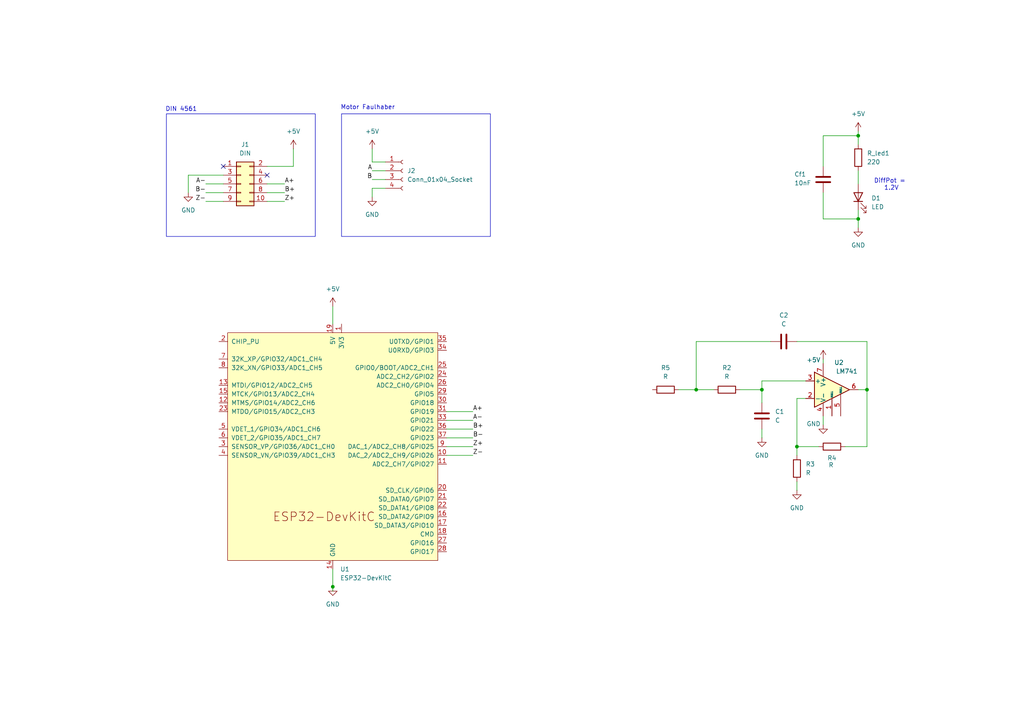
<source format=kicad_sch>
(kicad_sch (version 20250114) (generator "eeschema") (generator_version "9.0")
  (paper "A4")
  (lib_symbols
    (symbol "Amplifier_Operational:LM741" (pin_names (offset 0.127))
      (property "Reference" "U" (at 0 6.35 0))
      (property "Value" "LM741" (at 0 3.81 0))
      (symbol "LM741_0_1"
        (polyline (pts (xy -5.08 5.08) (xy 5.08 0) (xy -5.08 -5.08) (xy -5.08 5.08)) (stroke (width 0.254)) (fill (type background)))
      )
      (symbol "LM741_1_1"
        (pin input line (at -7.62 2.54 0) (length 2.54) (name "+") (number "3"))
        (pin input line (at -7.62 -2.54 0) (length 2.54) (name "-") (number "2"))
        (pin power_in line (at -2.54 7.62 270) (length 3.81) (name "V+") (number "7"))
        (pin power_in line (at -2.54 -7.62 90) (length 3.81) (name "V-") (number "4"))
        (pin no_connect line (at 0 2.54 270) (length 2.54) (hide yes) (name "NC") (number "8"))
        (pin input line (at 0 -7.62 90) (length 5.08) (name "NULL") (number "1"))
        (pin input line (at 2.54 -7.62 90) (length 6.35) (name "NULL") (number "5"))
        (pin output line (at 7.62 0 180) (length 2.54) (name "~") (number "6"))
      )
    )
    (symbol "Connector:Conn_01x04_Socket" (pin_names (offset 1.016) (hide yes))
      (property "Reference" "J" (at 0 5.08 0))
      (property "Value" "Conn_01x04_Socket" (at 0 -7.62 0))
      (symbol "Conn_01x04_Socket_1_1"
        (polyline (pts (xy -1.27 2.54) (xy -0.508 2.54)) (stroke (width 0.1524)))
        (polyline (pts (xy -1.27 0) (xy -0.508 0)) (stroke (width 0.1524)))
        (polyline (pts (xy -1.27 -2.54) (xy -0.508 -2.54)) (stroke (width 0.1524)))
        (polyline (pts (xy -1.27 -5.08) (xy -0.508 -5.08)) (stroke (width 0.1524)))
        (arc (start 0 2.032) (mid -0.5058 2.54) (end 0 3.048) (stroke (width 0.1524)))
        (arc (start 0 -0.508) (mid -0.5058 0) (end 0 0.508) (stroke (width 0.1524)))
        (arc (start 0 -3.048) (mid -0.5058 -2.54) (end 0 -2.032) (stroke (width 0.1524)))
        (arc (start 0 -5.588) (mid -0.5058 -5.08) (end 0 -4.572) (stroke (width 0.1524)))
        (pin passive line (at -5.08 2.54 0) (length 3.81) (name "Pin_1") (number "1"))
        (pin passive line (at -5.08 0 0) (length 3.81) (name "Pin_2") (number "2"))
        (pin passive line (at -5.08 -2.54 0) (length 3.81) (name "Pin_3") (number "3"))
        (pin passive line (at -5.08 -5.08 0) (length 3.81) (name "Pin_4") (number "4"))
      )
    )
    (symbol "Connector_Generic:Conn_02x05_Odd_Even" (pin_names (offset 1.016) (hide yes))
      (property "Reference" "J" (at 1.27 7.62 0))
      (property "Value" "Conn_02x05_Odd_Even" (at 1.27 -7.62 0))
      (symbol "Conn_02x05_Odd_Even_1_1"
        (rectangle (start -1.27 6.35) (end 3.81 -6.35) (stroke (width 0.254)) (fill (type background)))
        (rectangle (start -1.27 5.207) (end 0 4.953) (stroke (width 0.1524)))
        (rectangle (start -1.27 2.667) (end 0 2.413) (stroke (width 0.1524)))
        (rectangle (start -1.27 0.127) (end 0 -0.127) (stroke (width 0.1524)))
        (rectangle (start -1.27 -2.413) (end 0 -2.667) (stroke (width 0.1524)))
        (rectangle (start -1.27 -4.953) (end 0 -5.207) (stroke (width 0.1524)))
        (rectangle (start 3.81 5.207) (end 2.54 4.953) (stroke (width 0.1524)))
        (rectangle (start 3.81 2.667) (end 2.54 2.413) (stroke (width 0.1524)))
        (rectangle (start 3.81 0.127) (end 2.54 -0.127) (stroke (width 0.1524)))
        (rectangle (start 3.81 -2.413) (end 2.54 -2.667) (stroke (width 0.1524)))
        (rectangle (start 3.81 -4.953) (end 2.54 -5.207) (stroke (width 0.1524)))
        (pin passive line (at -5.08 5.08 0) (length 3.81) (name "Pin_1") (number "1"))
        (pin passive line (at -5.08 2.54 0) (length 3.81) (name "Pin_3") (number "3"))
        (pin passive line (at -5.08 0 0) (length 3.81) (name "Pin_5") (number "5"))
        (pin passive line (at -5.08 -2.54 0) (length 3.81) (name "Pin_7") (number "7"))
        (pin passive line (at -5.08 -5.08 0) (length 3.81) (name "Pin_9") (number "9"))
        (pin passive line (at 7.62 5.08 180) (length 3.81) (name "Pin_2") (number "2"))
        (pin passive line (at 7.62 2.54 180) (length 3.81) (name "Pin_4") (number "4"))
        (pin passive line (at 7.62 0 180) (length 3.81) (name "Pin_6") (number "6"))
        (pin passive line (at 7.62 -2.54 180) (length 3.81) (name "Pin_8") (number "8"))
        (pin passive line (at 7.62 -5.08 180) (length 3.81) (name "Pin_10") (number "10"))
      )
    )
    (symbol "Device:C" (pin_numbers (hide yes)) (pin_names (offset 0.254))
      (property "Reference" "C" (at 0.635 2.54 0))
      (property "Value" "C" (at 0.635 -2.54 0))
      (symbol "C_0_1"
        (polyline (pts (xy -2.032 0.762) (xy 2.032 0.762)) (stroke (width 0.508)))
        (polyline (pts (xy -2.032 -0.762) (xy 2.032 -0.762)) (stroke (width 0.508)))
      )
      (symbol "C_1_1"
        (pin passive line (at 0 3.81 270) (length 2.794) (name "~") (number "1"))
        (pin passive line (at 0 -3.81 90) (length 2.794) (name "~") (number "2"))
      )
    )
    (symbol "Device:LED" (pin_numbers (hide yes)) (pin_names (offset 1.016) (hide yes))
      (property "Reference" "D" (at 0 2.54 0))
      (property "Value" "LED" (at 0 -2.54 0))
      (symbol "LED_0_1"
        (polyline (pts (xy -3.048 -0.762) (xy -4.572 -2.286) (xy -3.81 -2.286) (xy -4.572 -2.286) (xy -4.572 -1.524)))
        (polyline (pts (xy -1.778 -0.762) (xy -3.302 -2.286) (xy -2.54 -2.286) (xy -3.302 -2.286) (xy -3.302 -1.524)))
        (polyline (pts (xy -1.27 0) (xy 1.27 0)))
        (polyline (pts (xy -1.27 -1.27) (xy -1.27 1.27)) (stroke (width 0.254)))
        (polyline (pts (xy 1.27 -1.27) (xy 1.27 1.27) (xy -1.27 0) (xy 1.27 -1.27)) (stroke (width 0.254)))
      )
      (symbol "LED_1_1"
        (pin passive line (at -3.81 0 0) (length 2.54) (name "K") (number "1"))
        (pin passive line (at 3.81 0 180) (length 2.54) (name "A") (number "2"))
      )
    )
    (symbol "Device:R" (pin_numbers (hide yes)) (pin_names (offset 0))
      (property "Reference" "R" (at 2.032 0 90))
      (property "Value" "R" (at 0 0 90))
      (symbol "R_0_1"
        (rectangle (start -1.016 -2.54) (end 1.016 2.54) (stroke (width 0.254)))
      )
      (symbol "R_1_1"
        (pin passive line (at 0 3.81 270) (length 1.27) (name "~") (number "1"))
        (pin passive line (at 0 -3.81 90) (length 1.27) (name "~") (number "2"))
      )
    )
    (symbol "PCM_Espressif:ESP32-DevKitC" (pin_names (offset 1.016))
      (property "Reference" "U" (at -30.48 38.1 0))
      (property "Value" "ESP32-DevKitC" (at -30.48 35.56 0))
      (symbol "ESP32-DevKitC_0_0"
        (text "ESP32-DevKitC" (at -2.54 -20.32 0) (effects (font (size 2.54 2.54))))
        (pin power_in line (at 0 35.56 270) (length 2.54) (name "5V") (number "19"))
        (pin power_in line (at 0 -35.56 90) (length 2.54) (name "GND") (number "14"))
      )
      (symbol "ESP32-DevKitC_0_1"
        (rectangle (start -30.48 33.02) (end 30.48 -33.02) (fill (type background)))
      )
      (symbol "ESP32-DevKitC_1_1"
        (pin input line (at -33.02 30.48 0) (length 2.54) (name "CHIP_PU") (number "2"))
        (pin bidirectional line (at -33.02 25.4 0) (length 2.54) (name "32K_XP/GPIO32/ADC1_CH4") (number "7"))
        (pin bidirectional line (at -33.02 22.86 0) (length 2.54) (name "32K_XN/GPIO33/ADC1_CH5") (number "8"))
        (pin bidirectional line (at -33.02 17.78 0) (length 2.54) (name "MTDI/GPIO12/ADC2_CH5") (number "13"))
        (pin bidirectional line (at -33.02 15.24 0) (length 2.54) (name "MTCK/GPIO13/ADC2_CH4") (number "15"))
        (pin bidirectional line (at -33.02 12.7 0) (length 2.54) (name "MTMS/GPIO14/ADC2_CH6") (number "12"))
        (pin bidirectional line (at -33.02 10.16 0) (length 2.54) (name "MTDO/GPIO15/ADC2_CH3") (number "23"))
        (pin input line (at -33.02 5.08 0) (length 2.54) (name "VDET_1/GPIO34/ADC1_CH6") (number "5"))
        (pin input line (at -33.02 2.54 0) (length 2.54) (name "VDET_2/GPIO35/ADC1_CH7") (number "6"))
        (pin input line (at -33.02 0 0) (length 2.54) (name "SENSOR_VP/GPIO36/ADC1_CH0") (number "3"))
        (pin input line (at -33.02 -2.54 0) (length 2.54) (name "SENSOR_VN/GPIO39/ADC1_CH3") (number "4"))
        (pin passive line (at 0 -35.56 90) (length 2.54) (hide yes) (name "GND") (number "32"))
        (pin passive line (at 0 -35.56 90) (length 2.54) (hide yes) (name "GND") (number "38"))
        (pin power_in line (at 2.54 35.56 270) (length 2.54) (name "3V3") (number "1"))
        (pin bidirectional line (at 33.02 30.48 180) (length 2.54) (name "U0TXD/GPIO1") (number "35"))
        (pin bidirectional line (at 33.02 27.94 180) (length 2.54) (name "U0RXD/GPIO3") (number "34"))
        (pin bidirectional line (at 33.02 22.86 180) (length 2.54) (name "GPIO0/BOOT/ADC2_CH1") (number "25"))
        (pin bidirectional line (at 33.02 20.32 180) (length 2.54) (name "ADC2_CH2/GPIO2") (number "24"))
        (pin bidirectional line (at 33.02 17.78 180) (length 2.54) (name "ADC2_CH0/GPIO4") (number "26"))
        (pin bidirectional line (at 33.02 15.24 180) (length 2.54) (name "GPIO5") (number "29"))
        (pin bidirectional line (at 33.02 12.7 180) (length 2.54) (name "GPIO18") (number "30"))
        (pin bidirectional line (at 33.02 10.16 180) (length 2.54) (name "GPIO19") (number "31"))
        (pin bidirectional line (at 33.02 7.62 180) (length 2.54) (name "GPIO21") (number "33"))
        (pin bidirectional line (at 33.02 5.08 180) (length 2.54) (name "GPIO22") (number "36"))
        (pin bidirectional line (at 33.02 2.54 180) (length 2.54) (name "GPIO23") (number "37"))
        (pin bidirectional line (at 33.02 0 180) (length 2.54) (name "DAC_1/ADC2_CH8/GPIO25") (number "9"))
        (pin bidirectional line (at 33.02 -2.54 180) (length 2.54) (name "DAC_2/ADC2_CH9/GPIO26") (number "10"))
        (pin bidirectional line (at 33.02 -5.08 180) (length 2.54) (name "ADC2_CH7/GPIO27") (number "11"))
        (pin bidirectional line (at 33.02 -12.7 180) (length 2.54) (name "SD_CLK/GPIO6") (number "20"))
        (pin bidirectional line (at 33.02 -15.24 180) (length 2.54) (name "SD_DATA0/GPIO7") (number "21"))
        (pin bidirectional line (at 33.02 -17.78 180) (length 2.54) (name "SD_DATA1/GPIO8") (number "22"))
        (pin bidirectional line (at 33.02 -20.32 180) (length 2.54) (name "SD_DATA2/GPIO9") (number "16"))
        (pin bidirectional line (at 33.02 -22.86 180) (length 2.54) (name "SD_DATA3/GPIO10") (number "17"))
        (pin bidirectional line (at 33.02 -25.4 180) (length 2.54) (name "CMD") (number "18"))
        (pin bidirectional line (at 33.02 -27.94 180) (length 2.54) (name "GPIO16") (number "27"))
        (pin bidirectional line (at 33.02 -30.48 180) (length 2.54) (name "GPIO17") (number "28"))
      )
    )
    (symbol "power:+5V" (power) (pin_numbers (hide yes)) (pin_names (offset 0) (hide yes))
      (property "Value" "+5V" (at 0 3.556 0))
      (symbol "+5V_0_1"
        (polyline (pts (xy -0.762 1.27) (xy 0 2.54)))
        (polyline (pts (xy 0 2.54) (xy 0.762 1.27)))
        (polyline (pts (xy 0 0) (xy 0 2.54)))
      )
      (symbol "+5V_1_1"
        (pin power_in line (at 0 0 90) (length 0) (name "~") (number "1"))
      )
    )
    (symbol "power:GND" (power) (pin_numbers (hide yes)) (pin_names (offset 0) (hide yes))
      (property "Value" "GND" (at 0 -3.81 0))
      (symbol "GND_0_1"
        (polyline (pts (xy 0 0) (xy 0 -1.27) (xy 1.27 -1.27) (xy 0 -2.54) (xy -1.27 -1.27) (xy 0 -1.27)))
      )
      (symbol "GND_1_1"
        (pin power_in line (at 0 0 270) (length 0) (name "~") (number "1"))
      )
    )
  )
  (rectangle (start 99.06 33.02) (end 142.24 68.58))
  (rectangle (start 48.26 33.02) (end 91.44 68.58))
  (text "DIN 4561\n" (at 52.578 31.75 0) (effects (font (size 1.27 1.27))))
  (text "Motor Faulhaber" (at 106.68 31.242 0) (effects (font (size 1.27 1.27))))
  (text "DiffPot =\n 1.2V\n" (at 258.064 53.594 0) (effects (font (size 1.27 1.27))))
  (junction (at 251.46 113.03))
  (junction (at 201.93 113.03))
  (junction (at 96.52 170.18))
  (junction (at 220.98 113.03))
  (junction (at 231.14 129.54))
  (junction (at 248.92 63.5))
  (junction (at 248.92 39.37))
  (no_connect (at 64.77 48.26))
  (no_connect (at 77.47 50.8))
  (wire (pts (xy 238.76 120.65) (xy 238.76 123.19)))
  (wire (pts (xy 220.98 113.03) (xy 214.63 113.03)))
  (wire (pts (xy 220.98 116.84) (xy 220.98 113.03)))
  (wire (pts (xy 96.52 165.1) (xy 96.52 170.18)))
  (wire (pts (xy 129.54 127) (xy 137.16 127)))
  (wire (pts (xy 129.54 124.46) (xy 137.16 124.46)))
  (wire (pts (xy 77.47 58.42) (xy 82.55 58.42)))
  (wire (pts (xy 107.95 54.61) (xy 111.76 54.61)))
  (wire (pts (xy 59.69 55.88) (xy 64.77 55.88)))
  (wire (pts (xy 238.76 48.26) (xy 238.76 39.37)))
  (wire (pts (xy 220.98 124.46) (xy 220.98 127)))
  (wire (pts (xy 59.69 53.34) (xy 64.77 53.34)))
  (wire (pts (xy 107.95 57.15) (xy 107.95 54.61)))
  (wire (pts (xy 231.14 132.08) (xy 231.14 129.54)))
  (wire (pts (xy 231.14 99.06) (xy 251.46 99.06)))
  (wire (pts (xy 238.76 104.14) (xy 238.76 105.41)))
  (wire (pts (xy 129.54 129.54) (xy 137.16 129.54)))
  (wire (pts (xy 196.85 113.03) (xy 201.93 113.03)))
  (wire (pts (xy 77.47 53.34) (xy 82.55 53.34)))
  (wire (pts (xy 129.54 119.38) (xy 137.16 119.38)))
  (wire (pts (xy 248.92 38.1) (xy 248.92 39.37)))
  (wire (pts (xy 238.76 39.37) (xy 248.92 39.37)))
  (wire (pts (xy 107.95 52.07) (xy 111.76 52.07)))
  (wire (pts (xy 96.52 88.9) (xy 96.52 93.98)))
  (wire (pts (xy 231.14 115.57) (xy 233.68 115.57)))
  (wire (pts (xy 245.11 129.54) (xy 251.46 129.54)))
  (wire (pts (xy 248.92 60.96) (xy 248.92 63.5)))
  (wire (pts (xy 248.92 49.53) (xy 248.92 53.34)))
  (wire (pts (xy 248.92 39.37) (xy 248.92 41.91)))
  (wire (pts (xy 220.98 110.49) (xy 233.68 110.49)))
  (wire (pts (xy 59.69 58.42) (xy 64.77 58.42)))
  (wire (pts (xy 251.46 113.03) (xy 248.92 113.03)))
  (wire (pts (xy 85.09 43.18) (xy 85.09 48.26)))
  (wire (pts (xy 107.95 46.99) (xy 111.76 46.99)))
  (wire (pts (xy 129.54 132.08) (xy 137.16 132.08)))
  (wire (pts (xy 248.92 63.5) (xy 238.76 63.5)))
  (wire (pts (xy 220.98 110.49) (xy 220.98 113.03)))
  (wire (pts (xy 107.95 43.18) (xy 107.95 46.99)))
  (wire (pts (xy 54.61 55.88) (xy 54.61 50.8)))
  (wire (pts (xy 223.52 99.06) (xy 201.93 99.06)))
  (wire (pts (xy 251.46 99.06) (xy 251.46 113.03)))
  (wire (pts (xy 251.46 113.03) (xy 251.46 129.54)))
  (wire (pts (xy 231.14 139.7) (xy 231.14 142.24)))
  (wire (pts (xy 54.61 50.8) (xy 64.77 50.8)))
  (wire (pts (xy 107.95 49.53) (xy 111.76 49.53)))
  (wire (pts (xy 85.09 48.26) (xy 77.47 48.26)))
  (wire (pts (xy 201.93 113.03) (xy 207.01 113.03)))
  (wire (pts (xy 248.92 63.5) (xy 248.92 66.04)))
  (wire (pts (xy 77.47 55.88) (xy 82.55 55.88)))
  (wire (pts (xy 201.93 99.06) (xy 201.93 113.03)))
  (wire (pts (xy 129.54 121.92) (xy 137.16 121.92)))
  (wire (pts (xy 238.76 63.5) (xy 238.76 55.88)))
  (wire (pts (xy 231.14 115.57) (xy 231.14 129.54)))
  (wire (pts (xy 96.52 171.45) (xy 96.52 170.18)))
  (wire (pts (xy 231.14 129.54) (xy 237.49 129.54)))
  (label "B-" (at 59.69 55.88 180))
  (label "B" (at 107.95 52.07 180))
  (label "A-" (at 59.69 53.34 180))
  (label "A-" (at 137.16 121.92 0))
  (label "Z-" (at 59.69 58.42 180))
  (label "B-" (at 137.16 127 0))
  (label "Z-" (at 137.16 132.08 0))
  (label "B+" (at 137.16 124.46 0))
  (label "A+" (at 137.16 119.38 0))
  (label "A+" (at 82.55 53.34 0))
  (label "A" (at 107.95 49.53 180))
  (label "Z+" (at 137.16 129.54 0))
  (label "B+" (at 82.55 55.88 0))
  (label "Z+" (at 82.55 58.42 0))
  (symbol (lib_id "power:GND") (at 96.52 170.18 0) (unit 1)
    (property "Reference" "#PWR04" (effects (hide yes)))
    (property "Value" "GND" (at 96.52 175.26 0))
    (property "Description" "Power symbol creates a global label with name \"GND\" , ground" (effects (hide yes)))
  )
  (symbol (lib_id "power:+5V") (at 238.76 104.14 0) (unit 1)
    (property "Reference" "#PWR09" (effects (hide yes)))
    (property "Value" "+5V" (at 235.966 104.394 0))
    (property "Description" "Power symbol creates a global label with name \"+5V\"" (effects (hide yes)))
  )
  (symbol (lib_id "power:GND") (at 248.92 66.04 0) (unit 1)
    (property "Reference" "#PWR02" (effects (hide yes)))
    (property "Value" "GND" (at 248.92 71.12 0))
    (property "Description" "Power symbol creates a global label with name \"GND\" , ground" (effects (hide yes)))
  )
  (symbol (lib_id "Device:R") (at 241.3 129.54 90) (unit 1)
    (property "Reference" "R4" (at 241.3 132.842 90))
    (property "Value" "R" (at 241.046 134.874 90))
    (property "Description" "Resistor" (effects (hide yes)))
  )
  (symbol (lib_id "power:GND") (at 238.76 123.19 0) (unit 1)
    (property "Reference" "#PWR010" (effects (hide yes)))
    (property "Value" "GND" (at 235.966 122.936 0))
    (property "Description" "Power symbol creates a global label with name \"GND\" , ground" (effects (hide yes)))
  )
  (symbol (lib_id "Device:C") (at 238.76 52.07 0) (unit 1)
    (property "Reference" "Cf1" (at 230.378 50.546 0) (effects (justify left)))
    (property "Value" "10nF" (at 230.378 53.086 0) (effects (justify left)))
    (property "Description" "Unpolarized capacitor" (effects (hide yes)))
  )
  (symbol (lib_id "Device:R") (at 210.82 113.03 90) (unit 1)
    (property "Reference" "R2" (at 210.82 106.68 90))
    (property "Value" "R" (at 210.82 109.22 90))
    (property "Description" "Resistor" (effects (hide yes)))
  )
  (symbol (lib_id "power:GND") (at 231.14 142.24 0) (unit 1)
    (property "Reference" "#PWR08" (effects (hide yes)))
    (property "Value" "GND" (at 231.14 147.32 0))
    (property "Description" "Power symbol creates a global label with name \"GND\" , ground" (effects (hide yes)))
  )
  (symbol (lib_id "power:+5V") (at 107.95 43.18 0) (unit 1)
    (property "Reference" "#PWR011" (effects (hide yes)))
    (property "Value" "+5V" (at 107.95 38.1 0))
    (property "Description" "Power symbol creates a global label with name \"+5V\"" (effects (hide yes)))
  )
  (symbol (lib_id "Device:R") (at 248.92 45.72 0) (unit 1)
    (property "Reference" "R_led1" (at 251.46 44.4499 0) (effects (justify left)))
    (property "Value" "220" (at 251.46 46.9899 0) (effects (justify left)))
    (property "Footprint" "Resistor_THT:R_Axial_DIN0207_L6.3mm_D2.5mm_P10.16mm_Horizontal" (effects (hide yes)))
    (property "Description" "Resistor" (effects (hide yes)))
  )
  (symbol (lib_id "power:GND") (at 220.98 127 0) (unit 1)
    (property "Reference" "#PWR07" (effects (hide yes)))
    (property "Value" "GND" (at 220.98 132.08 0))
    (property "Description" "Power symbol creates a global label with name \"GND\" , ground" (effects (hide yes)))
  )
  (symbol (lib_id "Device:LED") (at 248.92 57.15 90) (unit 1)
    (property "Reference" "D1" (at 252.73 57.4674 90) (effects (justify right)))
    (property "Value" "LED" (at 252.73 60.0074 90) (effects (justify right)))
    (property "Footprint" "LED_THT:LED_D4.0mm" (effects (hide yes)))
    (property "Description" "Light emitting diode" (effects (hide yes)))
    (property "Sim.Pins" "1=K 2=A" (effects (hide yes)))
  )
  (symbol (lib_id "power:+5V") (at 96.52 88.9 0) (unit 1)
    (property "Reference" "#PWR03" (effects (hide yes)))
    (property "Value" "+5V" (at 96.52 83.82 0))
    (property "Description" "Power symbol creates a global label with name \"+5V\"" (effects (hide yes)))
  )
  (symbol (lib_id "power:GND") (at 54.61 55.88 0) (unit 1)
    (property "Reference" "#PWR06" (effects (hide yes)))
    (property "Value" "GND" (at 54.61 60.96 0))
    (property "Description" "Power symbol creates a global label with name \"GND\" , ground" (effects (hide yes)))
  )
  (symbol (lib_id "Device:R") (at 231.14 135.89 0) (unit 1)
    (property "Reference" "R3" (at 233.68 134.6199 0) (effects (justify left)))
    (property "Value" "R" (at 233.68 137.1599 0) (effects (justify left)))
    (property "Description" "Resistor" (effects (hide yes)))
  )
  (symbol (lib_id "Amplifier_Operational:LM741") (at 241.3 113.03 0) (unit 1)
    (property "Reference" "U2" (at 243.332 105.156 0))
    (property "Value" "LM741" (at 245.618 107.696 0))
    (property "Datasheet" "http://www.ti.com/lit/ds/symlink/lm741.pdf" (effects (hide yes)))
    (property "Description" "Operational Amplifier, DIP-8/TO-99-8" (effects (hide yes)))
  )
  (symbol (lib_id "Device:C") (at 227.33 99.06 90) (unit 1)
    (property "Reference" "C2" (at 227.33 91.44 90))
    (property "Value" "C" (at 227.33 93.98 90))
    (property "Description" "Unpolarized capacitor" (effects (hide yes)))
  )
  (symbol (lib_id "power:GND") (at 107.95 57.15 0) (unit 1)
    (property "Reference" "#PWR012" (effects (hide yes)))
    (property "Value" "GND" (at 107.95 62.23 0))
    (property "Description" "Power symbol creates a global label with name \"GND\" , ground" (effects (hide yes)))
  )
  (symbol (lib_id "power:+5V") (at 85.09 43.18 0) (unit 1)
    (property "Reference" "#PWR05" (effects (hide yes)))
    (property "Value" "+5V" (at 85.09 38.1 0))
    (property "Description" "Power symbol creates a global label with name \"+5V\"" (effects (hide yes)))
  )
  (symbol (lib_id "Connector_Generic:Conn_02x05_Odd_Even") (at 69.85 53.34 0) (unit 1)
    (property "Reference" "J1" (at 71.12 41.91 0))
    (property "Value" "DIN" (at 71.12 44.45 0))
    (property "Footprint" "Connector_IDC:IDC-Header_2x05_P2.54mm_Latch_Vertical" (effects (hide yes)))
    (property "Description" "Generic connector, double row, 02x05, odd/even pin numbering scheme (row 1 odd numbers, row 2 even numbers), script generated (kicad-library-utils/schlib/autogen/connector/)" (effects (hide yes)))
  )
  (symbol (lib_id "PCM_Espressif:ESP32-DevKitC") (at 96.52 129.54 0) (unit 1)
    (property "Reference" "U1" (at 98.6633 165.1 0) (effects (justify left)))
    (property "Value" "ESP32-DevKitC" (at 98.6633 167.64 0) (effects (justify left)))
    (property "Footprint" "PCM_Espressif:ESP32-DevKitC" (effects (hide yes)))
    (property "Datasheet" "https://docs.espressif.com/projects/esp-idf/zh_CN/latest/esp32/hw-reference/esp32/get-started-devkitc.html" (effects (hide yes)))
    (property "Description" "Development Kit" (effects (hide yes)))
  )
  (symbol (lib_id "Device:R") (at 193.04 113.03 90) (unit 1)
    (property "Reference" "R5" (at 193.04 106.68 90))
    (property "Value" "R" (at 193.04 109.22 90))
    (property "Description" "Resistor" (effects (hide yes)))
  )
  (symbol (lib_id "Connector:Conn_01x04_Socket") (at 116.84 49.53 0) (unit 1)
    (property "Reference" "J2" (at 118.11 49.5299 0) (effects (justify left)))
    (property "Value" "Conn_01x04_Socket" (at 118.11 52.0699 0) (effects (justify left)))
    (property "Footprint" "Connector_JST:JST_XH_B4B-XH-A_1x04_P2.50mm_Vertical" (effects (hide yes)))
    (property "Description" "Generic connector, single row, 01x04, script generated" (effects (hide yes)))
  )
  (symbol (lib_id "Device:C") (at 220.98 120.65 0) (unit 1)
    (property "Reference" "C1" (at 224.79 119.3799 0) (effects (justify left)))
    (property "Value" "C" (at 224.79 121.9199 0) (effects (justify left)))
    (property "Description" "Unpolarized capacitor" (effects (hide yes)))
  )
  (symbol (lib_id "power:+5V") (at 248.92 38.1 0) (unit 1)
    (property "Reference" "#PWR01" (effects (hide yes)))
    (property "Value" "+5V" (at 248.92 33.02 0))
    (property "Description" "Power symbol creates a global label with name \"+5V\"" (effects (hide yes)))
  )
)
</source>
